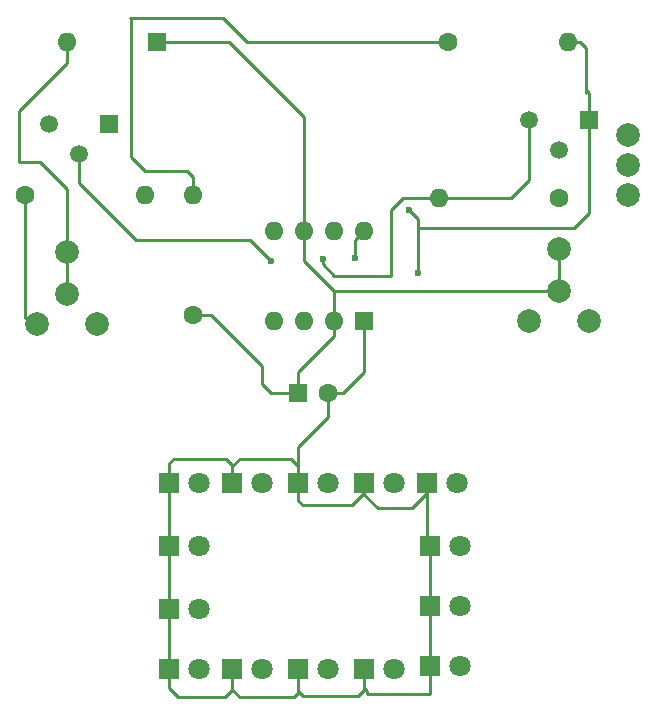
<source format=gbr>
%TF.GenerationSoftware,KiCad,Pcbnew,8.0.1*%
%TF.CreationDate,2024-04-02T10:45:20+02:00*%
%TF.ProjectId,Robo_II,526f626f-5f49-4492-9e6b-696361645f70,rev?*%
%TF.SameCoordinates,Original*%
%TF.FileFunction,Copper,L1,Top*%
%TF.FilePolarity,Positive*%
%FSLAX46Y46*%
G04 Gerber Fmt 4.6, Leading zero omitted, Abs format (unit mm)*
G04 Created by KiCad (PCBNEW 8.0.1) date 2024-04-02 10:45:20*
%MOMM*%
%LPD*%
G01*
G04 APERTURE LIST*
%TA.AperFunction,ComponentPad*%
%ADD10R,1.800000X1.800000*%
%TD*%
%TA.AperFunction,ComponentPad*%
%ADD11C,1.800000*%
%TD*%
%TA.AperFunction,ComponentPad*%
%ADD12R,1.500000X1.500000*%
%TD*%
%TA.AperFunction,ComponentPad*%
%ADD13C,1.500000*%
%TD*%
%TA.AperFunction,ComponentPad*%
%ADD14R,1.600000X1.600000*%
%TD*%
%TA.AperFunction,ComponentPad*%
%ADD15C,1.600000*%
%TD*%
%TA.AperFunction,ComponentPad*%
%ADD16O,1.600000X1.600000*%
%TD*%
%TA.AperFunction,ComponentPad*%
%ADD17C,2.000000*%
%TD*%
%TA.AperFunction,ViaPad*%
%ADD18C,0.600000*%
%TD*%
%TA.AperFunction,Conductor*%
%ADD19C,0.250000*%
%TD*%
G04 APERTURE END LIST*
D10*
%TO.P,D1,1,K*%
%TO.N,Net-(D1-K)*%
X59690000Y-89662000D03*
D11*
%TO.P,D1,2,A*%
%TO.N,Net-(D1-A)*%
X62230000Y-89662000D03*
%TD*%
D10*
%TO.P,D2,1,K*%
%TO.N,Net-(D1-K)*%
X65024000Y-89662000D03*
D11*
%TO.P,D2,2,A*%
%TO.N,Net-(D1-A)*%
X67564000Y-89662000D03*
%TD*%
D10*
%TO.P,D4,1,K*%
%TO.N,Net-(D1-K)*%
X70612000Y-89662000D03*
D11*
%TO.P,D4,2,A*%
%TO.N,Net-(D1-A)*%
X73152000Y-89662000D03*
%TD*%
D10*
%TO.P,D5,1,K*%
%TO.N,Net-(D1-K)*%
X76200000Y-89662000D03*
D11*
%TO.P,D5,2,A*%
%TO.N,Net-(D1-A)*%
X78740000Y-89662000D03*
%TD*%
D10*
%TO.P,D6,1,K*%
%TO.N,Net-(D1-K)*%
X81534000Y-89662000D03*
D11*
%TO.P,D6,2,A*%
%TO.N,Net-(D1-A)*%
X84074000Y-89662000D03*
%TD*%
D10*
%TO.P,D7,1,K*%
%TO.N,Net-(D1-K)*%
X81788000Y-94996000D03*
D11*
%TO.P,D7,2,A*%
%TO.N,Net-(D1-A)*%
X84328000Y-94996000D03*
%TD*%
D10*
%TO.P,D8,1,K*%
%TO.N,Net-(D1-K)*%
X81788000Y-100076000D03*
D11*
%TO.P,D8,2,A*%
%TO.N,Net-(D1-A)*%
X84328000Y-100076000D03*
%TD*%
D10*
%TO.P,D9,1,K*%
%TO.N,Net-(D1-K)*%
X81788000Y-105156000D03*
D11*
%TO.P,D9,2,A*%
%TO.N,Net-(D1-A)*%
X84328000Y-105156000D03*
%TD*%
D10*
%TO.P,D10,1,K*%
%TO.N,Net-(D1-K)*%
X76200000Y-105410000D03*
D11*
%TO.P,D10,2,A*%
%TO.N,Net-(D1-A)*%
X78740000Y-105410000D03*
%TD*%
D10*
%TO.P,D11,1,K*%
%TO.N,Net-(D1-K)*%
X70612000Y-105410000D03*
D11*
%TO.P,D11,2,A*%
%TO.N,Net-(D1-A)*%
X73152000Y-105410000D03*
%TD*%
D10*
%TO.P,D12,1,K*%
%TO.N,Net-(D1-K)*%
X65024000Y-105410000D03*
D11*
%TO.P,D12,2,A*%
%TO.N,Net-(D1-A)*%
X67564000Y-105410000D03*
%TD*%
D10*
%TO.P,D13,1,K*%
%TO.N,Net-(D1-K)*%
X59690000Y-105410000D03*
D11*
%TO.P,D13,2,A*%
%TO.N,Net-(D1-A)*%
X62230000Y-105410000D03*
%TD*%
D10*
%TO.P,D14,1,K*%
%TO.N,Net-(D1-K)*%
X59690000Y-100330000D03*
D11*
%TO.P,D14,2,A*%
%TO.N,Net-(D1-A)*%
X62230000Y-100330000D03*
%TD*%
D10*
%TO.P,D15,1,K*%
%TO.N,Net-(D1-K)*%
X59690000Y-94996000D03*
D11*
%TO.P,D15,2,A*%
%TO.N,Net-(D1-A)*%
X62230000Y-94996000D03*
%TD*%
D12*
%TO.P,T1,1,E*%
%TO.N,Net-(D1-K)*%
X95210000Y-58890000D03*
D13*
%TO.P,T1,2,B*%
%TO.N,Net-(T1-B)*%
X92670000Y-61430000D03*
%TO.P,T1,3,C*%
%TO.N,Net-(T1-C)*%
X90130000Y-58890000D03*
%TD*%
D12*
%TO.P,T2,1,E*%
%TO.N,Net-(D1-A)*%
X54610000Y-59250000D03*
D13*
%TO.P,T2,2,B*%
%TO.N,Net-(T1-C)*%
X52070000Y-61790000D03*
%TO.P,T2,3,C*%
%TO.N,Net-(T2-C)*%
X49530000Y-59250000D03*
%TD*%
D14*
%TO.P,C1,1*%
%TO.N,Net-(D3-K)*%
X70612000Y-82042000D03*
D15*
%TO.P,C1,2*%
%TO.N,Net-(D1-K)*%
X73112000Y-82042000D03*
%TD*%
D14*
%TO.P,D3,1,K*%
%TO.N,Net-(D3-K)*%
X58674000Y-52324000D03*
D16*
%TO.P,D3,2,A*%
%TO.N,Net-(D3-A)*%
X51054000Y-52324000D03*
%TD*%
D17*
%TO.P,P1,1,1*%
%TO.N,Net-(S1-E)*%
X48514000Y-76200000D03*
%TO.P,P1,2,2*%
%TO.N,unconnected-(P1-Pad2)*%
X53594000Y-76200000D03*
%TO.P,P1,3,3*%
%TO.N,Net-(D3-A)*%
X51054000Y-70104000D03*
X51054000Y-73660000D03*
%TD*%
%TO.P,P2,1,1*%
%TO.N,Net-(D3-A)*%
X90170000Y-75946000D03*
%TO.P,P2,2,2*%
%TO.N,unconnected-(P2-Pad2)*%
X95250000Y-75946000D03*
%TO.P,P2,3,3*%
%TO.N,Net-(D3-K)*%
X92710000Y-69850000D03*
X92710000Y-73406000D03*
%TD*%
D15*
%TO.P,R3,1*%
%TO.N,Net-(D3-K)*%
X61722000Y-75438000D03*
D16*
%TO.P,R3,2*%
%TO.N,Net-(T1-B)*%
X61722000Y-65278000D03*
%TD*%
D15*
%TO.P,R4,1*%
%TO.N,Net-(T1-B)*%
X83312000Y-52324000D03*
D16*
%TO.P,R4,2*%
%TO.N,Net-(D1-K)*%
X93472000Y-52324000D03*
%TD*%
D15*
%TO.P,R5,1*%
%TO.N,Net-(S1-E)*%
X92710000Y-65532000D03*
D16*
%TO.P,R5,2*%
%TO.N,Net-(T1-C)*%
X82550000Y-65532000D03*
%TD*%
D15*
%TO.P,R6,1*%
%TO.N,Net-(S1-E)*%
X47498000Y-65278000D03*
D16*
%TO.P,R6,2*%
%TO.N,Net-(T2-C)*%
X57658000Y-65278000D03*
%TD*%
D17*
%TO.P,S1,1,A*%
%TO.N,Net-(S1-A-Pad1)*%
X98552000Y-60198000D03*
%TO.P,S1,2,E*%
%TO.N,Net-(S1-E)*%
X98552000Y-62738000D03*
%TO.P,S1,3,A*%
%TO.N,unconnected-(S1-A-Pad3)*%
X98552000Y-65278000D03*
%TD*%
D14*
%TO.P,U1,1,GND*%
%TO.N,Net-(D1-K)*%
X76200000Y-75946000D03*
D16*
%TO.P,U1,2,TR*%
%TO.N,Net-(D3-K)*%
X73660000Y-75946000D03*
%TO.P,U1,3,Q*%
%TO.N,unconnected-(U1-Q-Pad3)*%
X71120000Y-75946000D03*
%TO.P,U1,4,R*%
%TO.N,Net-(S1-E)*%
X68580000Y-75946000D03*
%TO.P,U1,5,CV*%
%TO.N,unconnected-(U1-CV-Pad5)*%
X68580000Y-68326000D03*
%TO.P,U1,6,THR*%
%TO.N,Net-(D3-K)*%
X71120000Y-68326000D03*
%TO.P,U1,7,DIS*%
%TO.N,Net-(D3-A)*%
X73660000Y-68326000D03*
%TO.P,U1,8,VCC*%
%TO.N,Net-(S1-E)*%
X76200000Y-68326000D03*
%TD*%
D18*
%TO.N,Net-(D1-K)*%
X80772000Y-71882000D03*
X80010000Y-66548000D03*
%TO.N,Net-(S1-E)*%
X75438000Y-70612000D03*
%TO.N,Net-(T1-C)*%
X72689999Y-70729000D03*
X68326000Y-70866000D03*
%TD*%
D19*
%TO.N,Net-(D3-K)*%
X71120000Y-70866000D02*
X71120000Y-68326000D01*
X71120000Y-58674000D02*
X64770000Y-52324000D01*
X64770000Y-52324000D02*
X58674000Y-52324000D01*
X73660000Y-77216000D02*
X70612000Y-80264000D01*
X63246000Y-75438000D02*
X67564000Y-79756000D01*
X73660000Y-75946000D02*
X73660000Y-73406000D01*
X67564000Y-81280000D02*
X68326000Y-82042000D01*
X68326000Y-82042000D02*
X70612000Y-82042000D01*
X73660000Y-73406000D02*
X71120000Y-70866000D01*
X70612000Y-80264000D02*
X70612000Y-82042000D01*
X73660000Y-73406000D02*
X92710000Y-73406000D01*
X73660000Y-75946000D02*
X73660000Y-77216000D01*
X92710000Y-73406000D02*
X92710000Y-69850000D01*
X67564000Y-79756000D02*
X67564000Y-81280000D01*
X61722000Y-75438000D02*
X63246000Y-75438000D01*
X71120000Y-68326000D02*
X71120000Y-58674000D01*
%TO.N,Net-(D1-K)*%
X81534000Y-89662000D02*
X81534000Y-90551000D01*
X76136500Y-90614500D02*
X76200000Y-90551000D01*
X59690000Y-105410000D02*
X59690000Y-107061000D01*
X81788000Y-100076000D02*
X81788000Y-105156000D01*
X70612000Y-107315000D02*
X70612000Y-105410000D01*
X80010000Y-66548000D02*
X80772000Y-67310000D01*
X60452000Y-107823000D02*
X64389000Y-107823000D01*
X65024000Y-107188000D02*
X65659000Y-107823000D01*
X80772000Y-67310000D02*
X80772000Y-68072000D01*
X74422000Y-82042000D02*
X73112000Y-82042000D01*
X64516000Y-87630000D02*
X65024000Y-88138000D01*
X76200000Y-90551000D02*
X76200000Y-89662000D01*
X76454000Y-107569000D02*
X76454000Y-107315000D01*
X65024000Y-89662000D02*
X65024000Y-88265000D01*
X59690000Y-89662000D02*
X59690000Y-94996000D01*
X76454000Y-107315000D02*
X76200000Y-107061000D01*
X70612000Y-86614000D02*
X70612000Y-88265000D01*
X65024000Y-88265000D02*
X65659000Y-87630000D01*
X80772000Y-68072000D02*
X80772000Y-71882000D01*
X94996000Y-56410000D02*
X94996000Y-52832000D01*
X70231000Y-107823000D02*
X70612000Y-107442000D01*
X76200000Y-75946000D02*
X76200000Y-80264000D01*
X75184000Y-91567000D02*
X76136500Y-90614500D01*
X70993000Y-107696000D02*
X70612000Y-107315000D01*
X95210000Y-56624000D02*
X94996000Y-56410000D01*
X64389000Y-107823000D02*
X65024000Y-107188000D01*
X81534000Y-89662000D02*
X81534000Y-94742000D01*
X76200000Y-107061000D02*
X76200000Y-107188000D01*
X95210000Y-58890000D02*
X95210000Y-56624000D01*
X70993000Y-91567000D02*
X75184000Y-91567000D01*
X73112000Y-84114000D02*
X70612000Y-86614000D01*
X76200000Y-105410000D02*
X76200000Y-107061000D01*
X59690000Y-88011000D02*
X60071000Y-87630000D01*
X73112000Y-82042000D02*
X73112000Y-84114000D01*
X95504000Y-58724800D02*
X95300800Y-58928000D01*
X77343000Y-91821000D02*
X76136500Y-90614500D01*
X76200000Y-107188000D02*
X75692000Y-107696000D01*
X59690000Y-100330000D02*
X59690000Y-105410000D01*
X76200000Y-80264000D02*
X74422000Y-82042000D01*
X95210000Y-58890000D02*
X95210000Y-66842000D01*
X81534000Y-94742000D02*
X81788000Y-94996000D01*
X81534000Y-90551000D02*
X80264000Y-91821000D01*
X59690000Y-107061000D02*
X60452000Y-107823000D01*
X65659000Y-107823000D02*
X70231000Y-107823000D01*
X70612000Y-89662000D02*
X70612000Y-91186000D01*
X81788000Y-107569000D02*
X76454000Y-107569000D01*
X59690000Y-89662000D02*
X59690000Y-88011000D01*
X80264000Y-91821000D02*
X77343000Y-91821000D01*
X65024000Y-88138000D02*
X65024000Y-89662000D01*
X94488000Y-52324000D02*
X93472000Y-52324000D01*
X70612000Y-107442000D02*
X70612000Y-107315000D01*
X93980000Y-68072000D02*
X95210000Y-66842000D01*
X94996000Y-56642000D02*
X94996000Y-56410000D01*
X81788000Y-94996000D02*
X81788000Y-100076000D01*
X70612000Y-91186000D02*
X70993000Y-91567000D01*
X69977000Y-87630000D02*
X70612000Y-88265000D01*
X65659000Y-87630000D02*
X69977000Y-87630000D01*
X94996000Y-52832000D02*
X94488000Y-52324000D01*
X65024000Y-107188000D02*
X65024000Y-105410000D01*
X81788000Y-105156000D02*
X81788000Y-107569000D01*
X70612000Y-88265000D02*
X70612000Y-89662000D01*
X59690000Y-94996000D02*
X59690000Y-100330000D01*
X93980000Y-68072000D02*
X80772000Y-68072000D01*
X60071000Y-87630000D02*
X64516000Y-87630000D01*
X75692000Y-107696000D02*
X70993000Y-107696000D01*
%TO.N,Net-(D3-A)*%
X46990000Y-62484000D02*
X48768000Y-62484000D01*
X51054000Y-52324000D02*
X51054000Y-54102000D01*
X46990000Y-58166000D02*
X46990000Y-62484000D01*
X48768000Y-62484000D02*
X51054000Y-64770000D01*
X51054000Y-64770000D02*
X51054000Y-70104000D01*
X51054000Y-54102000D02*
X46990000Y-58166000D01*
X51054000Y-73660000D02*
X51054000Y-70104000D01*
%TO.N,Net-(S1-E)*%
X75438000Y-69088000D02*
X75692000Y-68834000D01*
X75438000Y-69088000D02*
X75438000Y-70612000D01*
X47498000Y-75692000D02*
X48006000Y-75692000D01*
X48006000Y-75692000D02*
X48514000Y-76200000D01*
X47498000Y-65278000D02*
X47498000Y-75692000D01*
X75692000Y-68834000D02*
X76200000Y-68326000D01*
%TO.N,Net-(T1-B)*%
X64262000Y-50292000D02*
X56540400Y-50292000D01*
X56489600Y-62077600D02*
X56489600Y-50342800D01*
X66294000Y-52324000D02*
X64262000Y-50292000D01*
X61214000Y-63246000D02*
X61722000Y-63754000D01*
X61722000Y-63754000D02*
X61722000Y-65278000D01*
X56540400Y-50292000D02*
X56388000Y-50292000D01*
X57658000Y-63246000D02*
X61214000Y-63246000D01*
X83312000Y-52324000D02*
X66294000Y-52324000D01*
X57658000Y-63246000D02*
X56489600Y-62077600D01*
X56489600Y-50342800D02*
X56540400Y-50292000D01*
%TO.N,Net-(T1-C)*%
X90130000Y-64048000D02*
X88646000Y-65532000D01*
X66548000Y-69088000D02*
X56896000Y-69088000D01*
X68326000Y-70866000D02*
X66548000Y-69088000D01*
X52070000Y-64262000D02*
X52070000Y-61790000D01*
X78486000Y-72136000D02*
X73660000Y-72136000D01*
X79502000Y-65532000D02*
X82550000Y-65532000D01*
X78486000Y-66548000D02*
X79502000Y-65532000D01*
X73660000Y-72136000D02*
X72689999Y-71165999D01*
X82550000Y-65532000D02*
X88646000Y-65532000D01*
X56896000Y-69088000D02*
X52070000Y-64262000D01*
X72689999Y-71165999D02*
X72689999Y-70729000D01*
X90130000Y-58890000D02*
X90130000Y-64048000D01*
X78486000Y-66548000D02*
X78486000Y-72136000D01*
%TD*%
M02*

</source>
